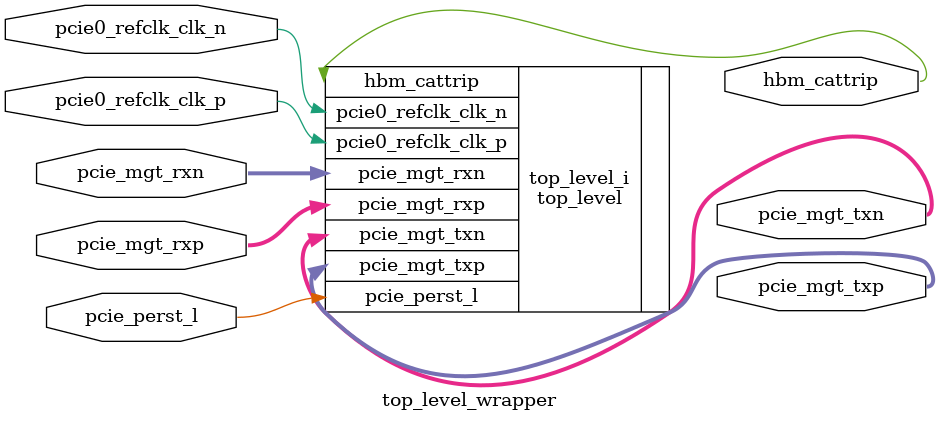
<source format=v>
`timescale 1 ps / 1 ps

module top_level_wrapper
   (hbm_cattrip,
    pcie0_refclk_clk_n,
    pcie0_refclk_clk_p,
    pcie_mgt_rxn,
    pcie_mgt_rxp,
    pcie_mgt_txn,
    pcie_mgt_txp,
    pcie_perst_l);
  output [0:0]hbm_cattrip;
  input [0:0]pcie0_refclk_clk_n;
  input [0:0]pcie0_refclk_clk_p;
  input [7:0]pcie_mgt_rxn;
  input [7:0]pcie_mgt_rxp;
  output [7:0]pcie_mgt_txn;
  output [7:0]pcie_mgt_txp;
  input pcie_perst_l;

  wire [0:0]hbm_cattrip;
  wire [0:0]pcie0_refclk_clk_n;
  wire [0:0]pcie0_refclk_clk_p;
  wire [7:0]pcie_mgt_rxn;
  wire [7:0]pcie_mgt_rxp;
  wire [7:0]pcie_mgt_txn;
  wire [7:0]pcie_mgt_txp;
  wire pcie_perst_l;

  top_level top_level_i
       (.hbm_cattrip(hbm_cattrip),
        .pcie0_refclk_clk_n(pcie0_refclk_clk_n),
        .pcie0_refclk_clk_p(pcie0_refclk_clk_p),
        .pcie_mgt_rxn(pcie_mgt_rxn),
        .pcie_mgt_rxp(pcie_mgt_rxp),
        .pcie_mgt_txn(pcie_mgt_txn),
        .pcie_mgt_txp(pcie_mgt_txp),
        .pcie_perst_l(pcie_perst_l));
endmodule

</source>
